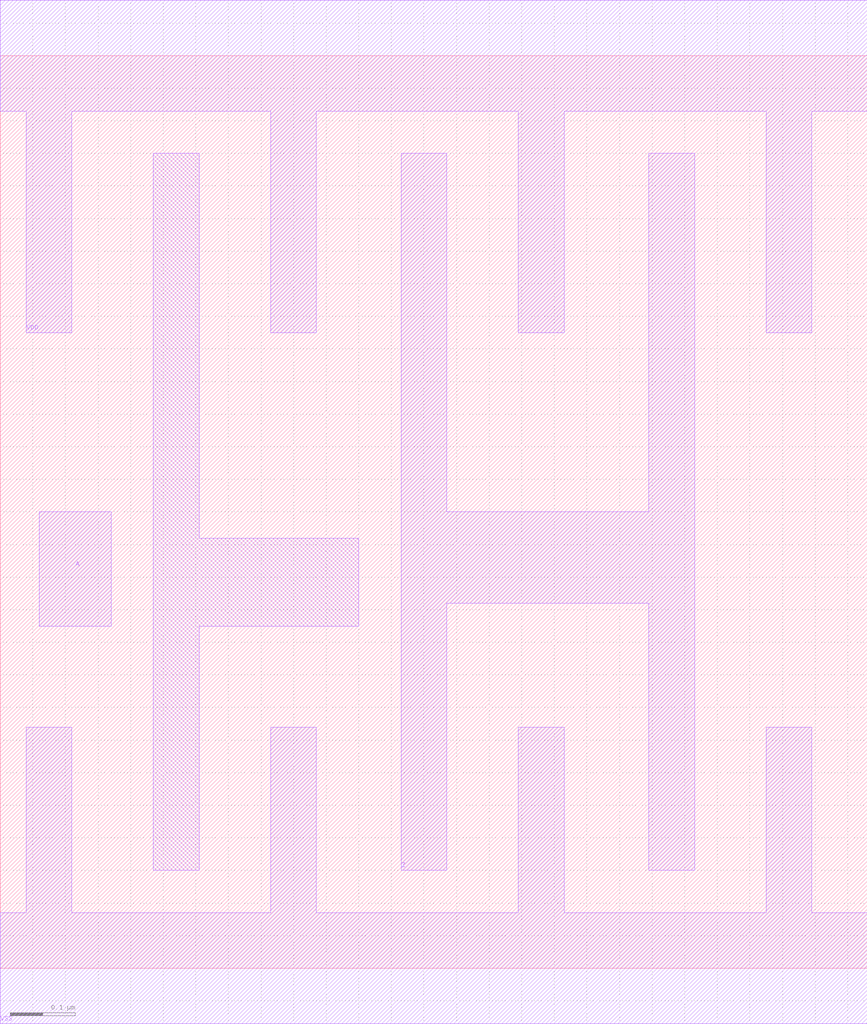
<source format=lef>
# 
# ******************************************************************************
# *                                                                            *
# *                   Copyright (C) 2004-2010, Nangate Inc.                    *
# *                           All rights reserved.                             *
# *                                                                            *
# * Nangate and the Nangate logo are trademarks of Nangate Inc.                *
# *                                                                            *
# * All trademarks, logos, software marks, and trade names (collectively the   *
# * "Marks") in this program are proprietary to Nangate or other respective    *
# * owners that have granted Nangate the right and license to use such Marks.  *
# * You are not permitted to use the Marks without the prior written consent   *
# * of Nangate or such third party that may own the Marks.                     *
# *                                                                            *
# * This file has been provided pursuant to a License Agreement containing     *
# * restrictions on its use. This file contains valuable trade secrets and     *
# * proprietary information of Nangate Inc., and is protected by U.S. and      *
# * international laws and/or treaties.                                        *
# *                                                                            *
# * The copyright notice(s) in this file does not indicate actual or intended  *
# * publication of this file.                                                  *
# *                                                                            *
# *     NGLibraryCreator, v2010.08-HR32-SP3-2010-08-05 - build 1009061800      *
# *                                                                            *
# ******************************************************************************
# 
# 
# Running on brazil06.nangate.com.br for user Giancarlo Franciscatto (gfr).
# Local time is now Fri, 3 Dec 2010, 19:32:18.
# Main process id is 27821.

VERSION 5.6 ;
BUSBITCHARS "[]" ;
DIVIDERCHAR "/" ;

MACRO BUF_X4
  CLASS core ;
  FOREIGN BUF_X4 0.0 0.0 ;
  ORIGIN 0 0 ;
  SYMMETRY X Y ;
  SITE FreePDK45_38x28_10R_NP_162NW_34O ;
  SIZE 1.33 BY 1.4 ;
  PIN A
    DIRECTION INPUT ;
    ANTENNAPARTIALMETALAREA 0.01925 LAYER metal1 ;
    ANTENNAPARTIALMETALSIDEAREA 0.0741 LAYER metal1 ;
    ANTENNAGATEAREA 0.1045 ;
    PORT
      LAYER metal1 ;
        POLYGON 0.06 0.525 0.17 0.525 0.17 0.7 0.06 0.7  ;
    END
  END A
  PIN Z
    DIRECTION OUTPUT ;
    ANTENNAPARTIALMETALAREA 0.1974 LAYER metal1 ;
    ANTENNAPARTIALMETALSIDEAREA 0.6526 LAYER metal1 ;
    ANTENNADIFFAREA 0.2926 ;
    PORT
      LAYER metal1 ;
        POLYGON 0.615 0.15 0.685 0.15 0.685 0.56 0.995 0.56 0.995 0.15 1.065 0.15 1.065 1.25 0.995 1.25 0.995 0.7 0.685 0.7 0.685 1.25 0.615 1.25  ;
    END
  END Z
  PIN VDD
    DIRECTION INOUT ;
    USE power ;
    SHAPE ABUTMENT ;
    PORT
      LAYER metal1 ;
        POLYGON 0 1.315 0.04 1.315 0.04 0.975 0.11 0.975 0.11 1.315 0.415 1.315 0.415 0.975 0.485 0.975 0.485 1.315 0.55 1.315 0.795 1.315 0.795 0.975 0.865 0.975 0.865 1.315 1.175 1.315 1.175 0.975 1.245 0.975 1.245 1.315 1.33 1.315 1.33 1.485 0.55 1.485 0 1.485  ;
    END
  END VDD
  PIN VSS
    DIRECTION INOUT ;
    USE ground ;
    SHAPE ABUTMENT ;
    PORT
      LAYER metal1 ;
        POLYGON 0 -0.085 1.33 -0.085 1.33 0.085 1.245 0.085 1.245 0.37 1.175 0.37 1.175 0.085 0.865 0.085 0.865 0.37 0.795 0.37 0.795 0.085 0.485 0.085 0.485 0.37 0.415 0.37 0.415 0.085 0.11 0.085 0.11 0.37 0.04 0.37 0.04 0.085 0 0.085  ;
    END
  END VSS
  OBS
      LAYER metal1 ;
        POLYGON 0.235 0.15 0.305 0.15 0.305 0.525 0.55 0.525 0.55 0.66 0.305 0.66 0.305 1.25 0.235 1.25  ;
  END
END BUF_X4

END LIBRARY
#
# End of file
#

</source>
